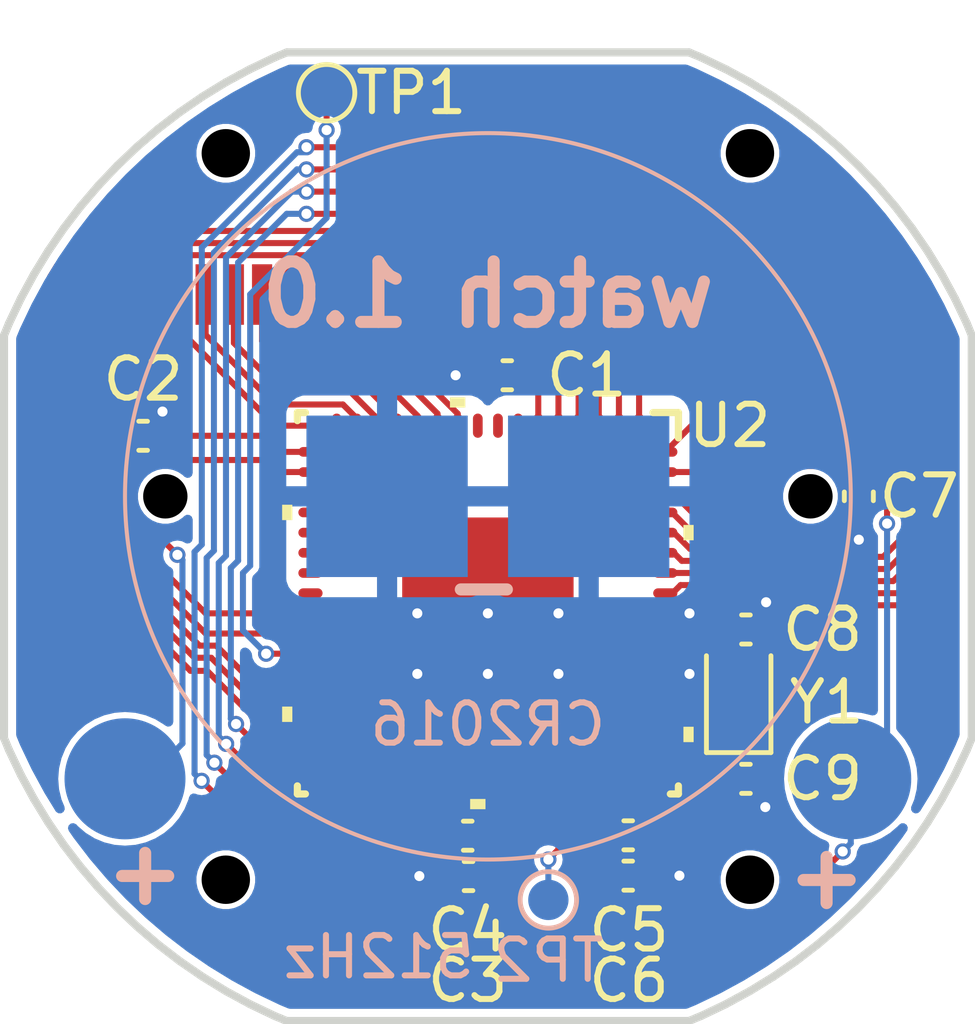
<source format=kicad_pcb>
(kicad_pcb (version 20240108) (generator "pcbnew") (generator_version "8.0")
  (title_block (title "Watch") (date "2023-06-21") (rev "1.0"))
  (layers (0 "F.Cu" signal) (31 "B.Cu" power) (34 "B.Paste" user) (35 "F.Paste" user) (36 "B.SilkS" user "B.Silkscreen") (37 "F.SilkS" user "F.Silkscreen") (38 "B.Mask" user) (39 "F.Mask" user) (44 "Edge.Cuts" user))
  (net 0 "")
  (net 1 "VCC")
  (net 2 "GND")
  (net 3 "/LCD_SEG14")
  (net 4 "/LCD_COM2")
  (net 5 "/LCD_COM1")
  (net 6 "/LCD_SEG12")
  (net 7 "/LCD_SEG11")
  (net 8 "/LCD_SEG10")
  (net 9 "/LCD_SEG9")
  (net 10 "/LCD_SEG8")
  (net 11 "/LCD_SEG7")
  (net 12 "/LCD_SEG6")
  (net 13 "/LCD_SEG5")
  (net 14 "/LCD_SEG4")
  (net 15 "/LCD_SEG3")
  (net 16 "/LCD_SEG2")
  (net 17 "/LCD_SEG1")
  (net 18 "/LCD_SEG13")
  (net 19 "/LCD_SEG0")
  (net 20 "/LCD_COM0")
  (net 21 "/LCD_SEG15")
  (net 22 "Net-(U2A-R33_LCDCAP)")
  (net 23 "Net-(U2A-PJ.5_LFXOUT)")
  (net 24 "Net-(U2A-PJ.4_LFXIN)")
  (net 25 "Net-(U2A-P1.0_TA0.1_DMAE0_RTCCLK_A0_C0_VREF-_VEREF-)")
  (net 39 "/LCD_SEG19")
  (net 40 "/LCD_SEG17")
  (net 41 "/LCD_SEG16")
  (net 42 "/LCD_SEG18")
  (net 43 "/LCD_SEG20")
  (net 44 "/LCD_SEG21")
  (net 45 "/LCD_SEG22")
  (net 46 "/LCD_SEG23")
  (net 56 "Net-(U2A-P3.5_UCA1SOMI_UCA1RXD_TB0.1_S22)")
  (footprint "Capacitor_SMD:C_0402_1005Metric" (layer "F.Cu") (at 168.95 87.3087 -90)
    (property "Reference" "C7")
    (property "Value" "100n")
  )
  (footprint "Capacitor_SMD:C_0402_1005Metric" (layer "F.Cu") (at 166.15 90.6087)
    (property "Reference" "C8")
    (property "Value" "20p")
  )
  (footprint "Capacitor_SMD:C_0402_1005Metric" (layer "F.Cu") (at 166.15 94.3087)
    (property "Reference" "C9")
    (property "Value" "20p")
  )
  (footprint "Crystal:Crystal_SMD_2012-2Pin_2.0x1.2mm" (layer "F.Cu") (at 165.970001 92.458259 90)
    (property "Reference" "Y1")
    (property "Value" "32.768kHz")
  )
  (footprint "Capacitor_SMD:C_0402_1005Metric" (layer "F.Cu") (at 159.270001 96.718259 180)
    (property "Reference" "C3")
    (property "Value" "1u")
  )
  (footprint "Capacitor_SMD:C_0402_1005Metric" (layer "F.Cu") (at 159.250001 95.718259 180)
    (property "Reference" "C4")
    (property "Value" "100n")
  )
  (footprint "TestPoint:TestPoint_Pad_D1.0mm" (layer "F.Cu") (at 155.75 77.3087)
    (property "Reference" "TP1")
    (property "Value" "RX")
  )
  (footprint "Capacitor_SMD:C_0402_1005Metric" (layer "F.Cu") (at 160.23 84.3087 180)
    (property "Reference" "C1")
    (property "Value" "4u7")
  )
  (footprint "Watch:MountingHole_1.2mm" (layer "F.Cu") (at 166.25 78.8087)
    (property "Reference" "H3" (hide yes))
    (property "Value" "MountingHole")
  )
  (footprint "Capacitor_SMD:C_0402_1005Metric" (layer "F.Cu") (at 163.23 95.708259)
    (property "Reference" "C5")
    (property "Value" "100n")
  )
  (footprint "Capacitor_SMD:C_0402_1005Metric" (layer "F.Cu") (at 163.23 96.708259)
    (property "Reference" "C6")
    (property "Value" "1u")
  )
  (footprint "Watch:LCD" (layer "F.Cu") (at 159.75 82.3087)
    (property "Reference" "U1" (hide yes))
    (property "Value" "LCD")
  )
  (footprint "Capacitor_SMD:C_0402_1005Metric" (layer "F.Cu") (at 151.2 85.8087)
    (property "Reference" "C2")
    (property "Value" "100n")
  )
  (footprint "Watch:MountingHole_1.2mm" (layer "F.Cu") (at 166.25 96.8087)
    (property "Reference" "H4" (hide yes))
    (property "Value" "MountingHole")
  )
  (footprint "MSP430FR6972:RGC0064B_NV" (layer "F.Cu") (at 159.750001 89.958259 -90)
    (property "Reference" "U2")
    (property "Value" "MSP430FR6972IRGCR")
  )
  (footprint "Watch:MountingHole_1.2mm" (layer "F.Cu") (at 153.25 96.8087)
    (property "Reference" "H2" (hide yes))
    (property "Value" "MountingHole")
  )
  (footprint "Watch:MountingHole_1.2mm" (layer "F.Cu") (at 153.25 78.8087)
    (property "Reference" "H1" (hide yes))
    (property "Value" "MountingHole")
  )
  (footprint "TestPoint:TestPoint_Pad_D1.0mm" (layer "B.Cu") (at 161.25 97.3087 180)
    (property "Reference" "TP2")
    (property "Value" "RTCCLK")
  )
  (footprint "Watch:BatteryTerminal" (layer "B.Cu") (at 159.75 87.3087 180)
    (property "Reference" "BT1" (hide yes))
    (property "Value" "CR2016")
  )
  (gr_line (start 171.3331 94.21057) (end 171.6261 93.59627) (stroke (width 0.2)) (layer "Edge.Cuts"))
  (gr_line (start 165.03757 100.1848) (end 165.65187 99.8918) (stroke (width 0.2)) (layer "Edge.Cuts"))
  (gr_line (start 171.3331 82.40683) (end 171.0083 81.8087) (stroke (width 0.2)) (layer "Edge.Cuts"))
  (gr_line (start 168.44868 78.64783) (end 167.93115 78.2058) (stroke (width 0.2)) (layer "Edge.Cuts"))
  (gr_line (start 153.25 99.567) (end 153.84813 99.8918) (stroke (width 0.2)) (layer "Edge.Cuts"))
  (gr_line (start 164.7384 100.3087) (end 165.03757 100.1848) (stroke (width 0.2)) (layer "Edge.Cuts"))
  (gr_line (start 170.6527 95.38901) (end 171.0083 94.8087) (stroke (width 0.2)) (layer "Edge.Cuts"))
  (gr_line (start 167.3912 98.8259) (end 167.93115 98.4116) (stroke (width 0.2)) (layer "Edge.Cuts"))
  (gr_line (start 152.66969 77.406) (end 152.1088 77.7915) (stroke (width 0.2)) (layer "Edge.Cuts"))
  (gr_line (start 165.65187 76.7256) (end 165.03757 76.4326) (stroke (width 0.2)) (layer "Edge.Cuts"))
  (gr_line (start 154.46243 76.4326) (end 153.84813 76.7256) (stroke (width 0.2)) (layer "Edge.Cuts"))
  (gr_line (start 171.0083 94.8087) (end 171.3331 94.21057) (stroke (width 0.2)) (layer "Edge.Cuts"))
  (gr_line (start 167.3912 77.7915) (end 166.83031 77.406) (stroke (width 0.2)) (layer "Edge.Cuts"))
  (gr_line (start 171.6261 83.02113) (end 171.3331 82.40683) (stroke (width 0.2)) (layer "Edge.Cuts"))
  (gr_line (start 150.55762 79.11632) (end 150.08913 79.61002) (stroke (width 0.2)) (layer "Edge.Cuts"))
  (gr_line (start 149.2328 95.9499) (end 149.6471 96.48985) (stroke (width 0.2)) (layer "Edge.Cuts"))
  (gr_line (start 148.4917 81.8087) (end 148.1669 82.40683) (stroke (width 0.2)) (layer "Edge.Cuts"))
  (gr_line (start 147.8739 93.59627) (end 148.1669 94.21057) (stroke (width 0.2)) (layer "Edge.Cuts"))
  (gr_line (start 154.46243 100.1848) (end 154.7616 100.3087) (stroke (width 0.2)) (layer "Edge.Cuts"))
  (gr_line (start 147.75 93.2971) (end 147.8739 93.59627) (stroke (width 0.2)) (layer "Edge.Cuts"))
  (gr_line (start 166.25 77.0504) (end 165.65187 76.7256) (stroke (width 0.2)) (layer "Edge.Cuts"))
  (gr_line (start 149.2328 80.6675) (end 148.8473 81.22839) (stroke (width 0.2)) (layer "Edge.Cuts"))
  (gr_line (start 152.66969 99.2114) (end 153.25 99.567) (stroke (width 0.2)) (layer "Edge.Cuts"))
  (gr_line (start 167.93115 98.4116) (end 168.44868 97.96957) (stroke (width 0.2)) (layer "Edge.Cuts"))
  (gr_line (start 149.6471 96.48985) (end 150.08913 97.00738) (stroke (width 0.2)) (layer "Edge.Cuts"))
  (gr_line (start 166.25 99.567) (end 166.83031 99.2114) (stroke (width 0.2)) (layer "Edge.Cuts"))
  (gr_line (start 153.84813 99.8918) (end 154.46243 100.1848) (stroke (width 0.2)) (layer "Edge.Cuts"))
  (gr_line (start 169.41087 79.61002) (end 168.94238 79.11632) (stroke (width 0.2)) (layer "Edge.Cuts"))
  (gr_line (start 147.75 83.3203) (end 147.75 93.2971) (stroke (width 0.2)) (layer "Edge.Cuts"))
  (gr_line (start 147.8739 83.02113) (end 147.75 83.3203) (stroke (width 0.2)) (layer "Edge.Cuts"))
  (gr_line (start 152.1088 98.8259) (end 152.66969 99.2114) (stroke (width 0.2)) (layer "Edge.Cuts"))
  (gr_line (start 171.75 93.2971) (end 171.75 83.3203) (stroke (width 0.2)) (layer "Edge.Cuts"))
  (gr_line (start 170.2672 80.6675) (end 169.8529 80.12755) (stroke (width 0.2)) (layer "Edge.Cuts"))
  (gr_line (start 166.83031 99.2114) (end 167.3912 98.8259) (stroke (width 0.2)) (layer "Edge.Cuts"))
  (gr_line (start 148.8473 95.38901) (end 149.2328 95.9499) (stroke (width 0.2)) (layer "Edge.Cuts"))
  (gr_line (start 153.25 77.0504) (end 152.66969 77.406) (stroke (width 0.2)) (layer "Edge.Cuts"))
  (gr_line (start 154.7616 100.3087) (end 164.7384 100.3087) (stroke (width 0.2)) (layer "Edge.Cuts"))
  (gr_line (start 148.1669 94.21057) (end 148.4917 94.8087) (stroke (width 0.2)) (layer "Edge.Cuts"))
  (gr_line (start 150.08913 79.61002) (end 149.6471 80.12755) (stroke (width 0.2)) (layer "Edge.Cuts"))
  (gr_line (start 171.75 83.3203) (end 171.6261 83.02113) (stroke (width 0.2)) (layer "Edge.Cuts"))
  (gr_line (start 171.0083 81.8087) (end 170.6527 81.22839) (stroke (width 0.2)) (layer "Edge.Cuts"))
  (gr_line (start 169.8529 96.48985) (end 170.2672 95.9499) (stroke (width 0.2)) (layer "Edge.Cuts"))
  (gr_line (start 164.7384 76.3087) (end 154.7616 76.3087) (stroke (width 0.2)) (layer "Edge.Cuts"))
  (gr_line (start 170.2672 95.9499) (end 170.6527 95.38901) (stroke (width 0.2)) (layer "Edge.Cuts"))
  (gr_line (start 148.1669 82.40683) (end 147.8739 83.02113) (stroke (width 0.2)) (layer "Edge.Cuts"))
  (gr_line (start 166.83031 77.406) (end 166.25 77.0504) (stroke (width 0.2)) (layer "Edge.Cuts"))
  (gr_line (start 168.44868 97.96957) (end 168.94238 97.50108) (stroke (width 0.2)) (layer "Edge.Cuts"))
  (gr_line (start 165.03757 76.4326) (end 164.7384 76.3087) (stroke (width 0.2)) (layer "Edge.Cuts"))
  (gr_line (start 170.6527 81.22839) (end 170.2672 80.6675) (stroke (width 0.2)) (layer "Edge.Cuts"))
  (gr_line (start 154.7616 76.3087) (end 154.46243 76.4326) (stroke (width 0.2)) (layer "Edge.Cuts"))
  (gr_line (start 151.56885 98.4116) (end 152.1088 98.8259) (stroke (width 0.2)) (layer "Edge.Cuts"))
  (gr_line (start 148.4917 94.8087) (end 148.8473 95.38901) (stroke (width 0.2)) (layer "Edge.Cuts"))
  (gr_line (start 151.56885 78.2058) (end 151.05132 78.64783) (stroke (width 0.2)) (layer "Edge.Cuts"))
  (gr_line (start 149.6471 80.12755) (end 149.2328 80.6675) (stroke (width 0.2)) (layer "Edge.Cuts"))
  (gr_line (start 151.05132 78.64783) (end 150.55762 79.11632) (stroke (width 0.2)) (layer "Edge.Cuts"))
  (gr_line (start 153.84813 76.7256) (end 153.25 77.0504) (stroke (width 0.2)) (layer "Edge.Cuts"))
  (gr_line (start 168.94238 79.11632) (end 168.44868 78.64783) (stroke (width 0.2)) (layer "Edge.Cuts"))
  (gr_line (start 151.05132 97.96957) (end 151.56885 98.4116) (stroke (width 0.2)) (layer "Edge.Cuts"))
  (gr_line (start 152.1088 77.7915) (end 151.56885 78.2058) (stroke (width 0.2)) (layer "Edge.Cuts"))
  (gr_line (start 165.65187 99.8918) (end 166.25 99.567) (stroke (width 0.2)) (layer "Edge.Cuts"))
  (gr_line (start 167.93115 78.2058) (end 167.3912 77.7915) (stroke (width 0.2)) (layer "Edge.Cuts"))
  (gr_line (start 168.94238 97.50108) (end 169.41087 97.00738) (stroke (width 0.2)) (layer "Edge.Cuts"))
  (gr_line (start 169.41087 97.00738) (end 169.8529 96.48985) (stroke (width 0.2)) (layer "Edge.Cuts"))
  (gr_line (start 150.55762 97.50108) (end 151.05132 97.96957) (stroke (width 0.2)) (layer "Edge.Cuts"))
  (gr_line (start 148.8473 81.22839) (end 148.4917 81.8087) (stroke (width 0.2)) (layer "Edge.Cuts"))
  (gr_line (start 169.8529 80.12755) (end 169.41087 79.61002) (stroke (width 0.2)) (layer "Edge.Cuts"))
  (gr_line (start 171.6261 93.59627) (end 171.75 93.2971) (stroke (width 0.2)) (layer "Edge.Cuts"))
  (gr_line (start 150.08913 97.00738) (end 150.55762 97.50108) (stroke (width 0.2)) (layer "Edge.Cuts"))
  (gr_text "CR2016" (at 159.750001 92.958259 0) (layer "B.SilkS") (effects (font (size 1 1)) (justify mirror)))
  (gr_text "+\n" (at 151.25 96.6087 0) (layer "B.SilkS") (effects (font (size 1.5 1.5) (thickness 0.3) (bold yes)) (justify mirror)))
  (gr_text "+\n" (at 168.15 96.7087 0) (layer "B.SilkS") (effects (font (size 1.5 1.5) (thickness 0.3) (bold yes)) (justify mirror)))
  (gr_text "512Hz" (at 159.5 99.3087 0) (layer "B.SilkS") (effects (font (size 1 1)) (justify left bottom mirror)))
  (gr_text "-" (at 159.65 89.5087 0) (layer "B.SilkS") (effects (font (size 1.5 1.5) (thickness 0.3) (bold yes)) (justify mirror)))
  (gr_text "watch 1.0" (at 159.75 82.3087 0) (layer "B.SilkS") (effects (font (size 1.5 1.5) (thickness 0.3)) (justify mirror)))
  (segment (start 167.287771 86.70744) (end 167.438511 86.5567) (width 0.15) (layer "F.Cu") (net 1))
  (segment (start 163.383959 97.783259) (end 162.75 97.1493) (width 0.15) (layer "F.Cu") (net 1))
  (segment (start 164.15 94.376163) (end 164.15 93.709204) (width 0.15) (layer "F.Cu") (net 1))
  (segment (start 151.32 86.4087) (end 150.72 85.8087) (width 0.15) (layer "F.Cu") (net 1))
  (segment (start 154.2 86.4087) (end 151.32 86.4087) (width 0.15) (layer "F.Cu") (net 1))
  (segment (start 162.75 97.1493) (end 162.75 96.708259) (width 0.15) (layer "F.Cu") (net 1))
  (segment (start 162.817904 95.708259) (end 164.15 94.376163) (width 0.15) (layer "F.Cu") (net 1))
  (segment (start 166.875441 97.783259) (end 163.383959 97.783259) (width 0.15) (layer "F.Cu") (net 1))
  (segment (start 160.724695 98.3087) (end 162.858518 98.3087) (width 0.15) (layer "F.Cu") (net 1))
  (segment (start 169.650001 87.528701) (end 168.95 86.8287) (width 0.15) (layer "F.Cu") (net 1))
  (segment (start 159.730001 95.718259) (end 159.730001 96.698259) (width 0.15) (layer "F.Cu") (net 1))
  (segment (start 168.550001 96.108699) (end 166.875441 97.783259) (width 0.15) (layer "F.Cu") (net 1))
  (segment (start 152.050001 88.7587) (end 150.72 87.428699) (width 0.15) (layer "F.Cu") (net 1))
  (segment (start 168.678 86.5567) (end 168.95 86.8287) (width 0.15) (layer "F.Cu") (net 1))
  (segment (start 159.750001 96.718259) (end 159.750001 97.334006) (width 0.15) (layer "F.Cu") (net 1))
  (segment (start 150.72 87.428699) (end 150.72 85.8087) (width 0.15) (layer "F.Cu") (net 1))
  (segment (start 169.650001 87.9837) (end 169.650001 87.528701) (width 0.15) (layer "F.Cu") (net 1))
  (segment (start 159.500001 94.358258) (end 159.500001 95.488259) (width 0.15) (layer "F.Cu") (net 1))
  (segment (start 167.438511 86.5567) (end 168.678 86.5567) (width 0.15) (layer "F.Cu") (net 1))
  (segment (start 162.75 96.708259) (end 162.75 95.708259) (width 0.15) (layer "F.Cu") (net 1))
  (segment (start 159.750001 97.334006) (end 160.724695 98.3087) (width 0.15) (layer "F.Cu") (net 1))
  (segment (start 164.15 86.70744) (end 167.287771 86.70744) (width 0.15) (layer "F.Cu") (net 1))
  (segment (start 154.49874 86.70744) (end 154.2 86.4087) (width 0.15) (layer "F.Cu") (net 1))
  (segment (start 155.350002 86.70744) (end 154.49874 86.70744) (width 0.15) (layer "F.Cu") (net 1))
  (segment (start 159.500001 95.488259) (end 159.730001 95.718259) (width 0.15) (layer "F.Cu") (net 1))
  (segment (start 162.858518 98.3087) (end 163.383959 97.783259) (width 0.15) (layer "F.Cu") (net 1))
  (via (at 152.050001 88.7587) (size 0.4) (drill 0.25) (layers "F.Cu" "B.Cu") (net 1))
  (via (at 168.550001 96.108699) (size 0.4) (drill 0.25) (layers "F.Cu" "B.Cu") (net 1))
  (via (at 169.650001 87.9837) (size 0.4) (drill 0.25) (layers "F.Cu" "B.Cu") (net 1))
  (segment (start 152.175001 88.8837) (end 152.175001 93.433699) (width 0.15) (layer "B.Cu") (net 1))
  (segment (start 152.050001 88.7587) (end 152.175001 88.8837) (width 0.15) (layer "B.Cu") (net 1))
  (segment (start 169.650001 87.9837) (end 169.650001 93.408699) (width 0.15) (layer "B.Cu") (net 1))
  (segment (start 168.75 95.9087) (end 168.75 93.358258) (width 0.15) (layer "B.Cu") (net 1))
  (segment (start 168.550001 96.108699) (end 168.75 95.9087) (width 0.15) (layer "B.Cu") (net 1))
  (segment (start 152.175001 93.433699) (end 151.45 94.1587) (width 0.15) (layer "B.Cu") (net 1))
  (segment (start 164.45 94.968259) (end 164.45 94.077108) (width 0.15) (layer "F.Cu") (net 2))
  (segment (start 168.63 88.1087) (end 167.547991 88.1087) (width 0.15) (layer "F.Cu") (net 2))
  (segment (start 168.95 87.7887) (end 168.95 88.3837) (width 0.15) (layer "F.Cu") (net 2))
  (segment (start 163.71 96.708259) (end 163.71 95.708259) (width 0.15) (layer "F.Cu") (net 2))
  (segment (start 164.45 94.077108) (end 164.675 93.852108) (width 0.15) (layer "F.Cu") (net 2))
  (segment (start 164.15 90.208322) (end 164.749622 90.208322) (width 0.15) (layer "F.Cu") (net 2))
  (segment (start 159 95.48826) (end 158.770001 95.718259) (width 0.15) (layer "F.Cu") (net 2))
  (segment (start 159 94.358258) (end 159 95.48826) (width 0.15) (layer "F.Cu") (net 2))
  (segment (start 163.71 95.708259) (end 164.45 94.968259) (width 0.15) (layer "F.Cu") (net 2))
  (segment (start 164.675 93.5663) (end 164.317778 93.209078) (width 0.15) (layer "F.Cu") (net 2))
  (segment (start 164.5 96.708259) (end 163.71 96.708259) (width 0.15) (layer "F.Cu") (net 2))
  (segment (start 154.24 85.8087) (end 151.68 85.8087) (width 0.15) (layer "F.Cu") (net 2))
  (segment (start 166.63 95.0087) (end 166.63 94.3087) (width 0.15) (layer "F.Cu") (net 2))
  (segment (start 166.63 89.95307) (end 166.63 90.5087) (width 0.15) (layer "F.Cu") (net 2))
  (segment (start 167.447361 88.00807) (end 165.118282 88.00807) (width 0.15) (layer "F.Cu") (net 2))
  (segment (start 158.770001 95.718259) (end 158.770001 96.698259) (width 0.15) (layer "F.Cu") (net 2))
  (segment (start 151.68 85.2087) (end 151.68 85.8087) (width 0.15) (layer "F.Cu") (net 2))
  (segment (start 155.350002 86.207314) (end 154.638614 86.207314) (width 0.15) (layer "F.Cu") (net 2))
  (segment (start 165.118282 88.00807) (end 164.317778 87.207566) (width 0.15) (layer "F.Cu") (net 2))
  (segment (start 159.75 84.3087) (end 158.95 84.3087) (width 0.15) (layer "F.Cu") (net 2))
  (segment (start 168.95 87.7887) (end 168.63 88.1087) (width 0.15) (layer "F.Cu") (net 2))
  (segment (start 164.675 93.852108) (end 164.675 93.5663) (width 0.15) (layer "F.Cu") (net 2))
  (segment (start 158.05 96.718259) (end 158.790001 96.718259) (width 0.15) (layer "F.Cu") (net 2))
  (segment (start 167.547991 88.1087) (end 167.447361 88.00807) (width 0.15) (layer "F.Cu") (net 2))
  (segment (start 166.65 89.93307) (end 166.63 89.95307) (width 0.15) (layer "F.Cu") (net 2))
  (segment (start 164.749622 90.208322) (end 164.75 90.2087) (width 0.15) (layer "F.Cu") (net 2))
  (segment (start 154.638614 86.207314) (end 154.24 85.8087) (width 0.15) (layer "F.Cu") (net 2))
  (segment (start 164.15 91.7087) (end 164.75 91.7087) (width 0.15) (layer "F.Cu") (net 2))
  (via (at 158.05 96.718259) (size 0.4) (drill 0.25) (layers "F.Cu" "B.Cu") (net 2))
  (via (at 164.75 90.2087) (size 0.4) (drill 0.25) (layers "F.Cu" "B.Cu") (net 2))
  (via (at 158.95 84.3087) (size 0.4) (drill 0.25) (layers "F.Cu" "B.Cu") (net 2))
  (via (at 151.68 85.2087) (size 0.4) (drill 0.25) (layers "F.Cu" "B.Cu") (net 2))
  (via (at 158.000001 90.208259) (size 0.4) (drill 0.25) (layers "F.Cu" "B.Cu") (net 2))
  (via (at 161.500001 91.708259) (size 0.4) (drill 0.25) (layers "F.Cu" "B.Cu") (net 2))
  (via (at 168.95 88.3837) (size 0.4) (drill 0.25) (layers "F.Cu" "B.Cu") (net 2))
  (via (at 159.750001 91.708259) (size 0.4) (drill 0.25) (layers "F.Cu" "B.Cu") (net 2))
  (via (at 164.75 91.7087) (size 0.4) (drill 0.25) (layers "F.Cu" "B.Cu") (net 2))
  (via (at 158.000001 91.708259) (size 0.4) (drill 0.25) (layers "F.Cu" "B.Cu") (net 2))
  (via (at 166.63 95.0087) (size 0.4) (drill 0.25) (layers "F.Cu" "B.Cu") (net 2))
  (via (at 166.65 89.93307) (size 0.4) (drill 0.25) (layers "F.Cu" "B.Cu") (net 2))
  (via (at 159.750001 90.208259) (size 0.4) (drill 0.25) (layers "F.Cu" "B.Cu") (net 2))
  (via (at 161.500001 90.208259) (size 0.4) (drill 0.25) (layers "F.Cu" "B.Cu") (net 2))
  (via (at 164.5 96.708259) (size 0.4) (drill 0.25) (layers "F.Cu" "B.Cu") (net 2))
  (segment (start 162.55 82.3087) (end 162.55 83.358262) (width 0.15) (layer "F.Cu") (net 3))
  (segment (start 162.55 83.358262) (end 162.000002 83.90826) (width 0.15) (layer "F.Cu") (net 3))
  (segment (start 162.000002 83.90826) (end 162.000002 85.55826) (width 0.15) (layer "F.Cu") (net 3))
  (segment (start 159 85.25973) (end 157.27353 83.53326) (width 0.15) (layer "F.Cu") (net 4))
  (segment (start 156.47456 83.53326) (end 156.25 83.3087) (width 0.15) (layer "F.Cu") (net 4))
  (segment (start 156.25 83.3087) (end 156.25 82.3087) (width 0.15) (layer "F.Cu") (net 4))
  (segment (start 159 85.55826) (end 159 85.25973) (width 0.15) (layer "F.Cu") (net 4))
  (segment (start 157.27353 83.53326) (end 156.47456 83.53326) (width 0.15) (layer "F.Cu") (net 4))
  (segment (start 155.55 83.3587) (end 155.55 82.3087) (width 0.15) (layer "F.Cu") (net 5))
  (segment (start 158.500001 85.55826) (end 158.500001 85.258701) (width 0.15) (layer "F.Cu") (net 5))
  (segment (start 157.07456 83.83326) (end 156.02456 83.83326) (width 0.15) (layer "F.Cu") (net 5))
  (segment (start 156.02456 83.83326) (end 155.55 83.3587) (width 0.15) (layer "F.Cu") (net 5))
  (segment (start 158.500001 85.258701) (end 157.07456 83.83326) (width 0.15) (layer "F.Cu") (net 5))
  (segment (start 161.15 81.5587) (end 161.15 82.3087) (width 0.15) (layer "F.Cu") (net 6))
  (segment (start 158.249997 78.658697) (end 161.15 81.5587) (width 0.15) (layer "F.Cu") (net 6))
  (segment (start 156.142905 94.883258) (end 153.175 94.883258) (width 0.15) (layer "F.Cu") (net 6))
  (segment (start 156.5 94.526163) (end 156.142905 94.883258) (width 0.15) (layer "F.Cu") (net 6))
  (segment (start 153.175 94.883258) (end 152.650001 94.358259) (width 0.15) (layer "F.Cu") (net 6))
  (segment (start 155.25 78.658697) (end 158.249997 78.658697) (width 0.15) (layer "F.Cu") (net 6))
  (via (at 155.25 78.658697) (size 0.4) (drill 0.25) (layers "F.Cu" "B.Cu") (net 6))
  (via (at 152.650001 94.358259) (size 0.4) (drill 0.25) (layers "F.Cu" "B.Cu") (net 6))
  (segment (start 152.475001 88.683699) (end 152.475001 94.183259) (width 0.15) (layer "B.Cu") (net 6))
  (segment (start 152.475001 94.183259) (end 152.650001 94.358259) (width 0.15) (layer "B.Cu") (net 6))
  (segment (start 155.25 78.7837) (end 155.014416 78.7837) (width 0.15) (layer "B.Cu") (net 6))
  (segment (start 152.655 81.143116) (end 152.655 88.5037) (width 0.15) (layer "B.Cu") (net 6))
  (segment (start 152.655 88.5037) (end 152.475001 88.683699) (width 0.15) (layer "B.Cu") (net 6))
  (segment (start 155.014416 78.7837) (end 152.655 81.143116) (width 0.15) (layer "B.Cu") (net 6))
  (segment (start 155.25 78.658697) (end 155.25 78.7837) (width 0.15) (layer "B.Cu") (net 6))
  (segment (start 155.25 79.2087) (end 158.075 79.2087) (width 0.15) (layer "F.Cu") (net 7))
  (segment (start 160.45 81.5837) (end 160.45 82.3087) (width 0.15) (layer "F.Cu") (net 7))
  (segment (start 156.000001 94.358258) (end 153.41651 94.358258) (width 0.15) (layer "F.Cu") (net 7))
  (segment (start 153.41651 94.358258) (end 152.967177 93.908925) (width 0.15) (layer "F.Cu") (net 7))
  (segment (start 158.075 79.2087) (end 160.45 81.5837) (width 0.15) (layer "F.Cu") (net 7))
  (via (at 152.967177 93.908925) (size 0.4) (drill 0.25) (layers "F.Cu" "B.Cu") (net 7))
  (via (at 155.25 79.2087) (size 0.4) (drill 0.25) (layers "F.Cu" "B.Cu") (net 7))
  (segment (start 152.955 88.655172) (end 152.775001 88.835171) (width 0.15) (layer "B.Cu") (net 7))
  (segment (start 152.775001 93.716749) (end 152.967177 93.908925) (width 0.15) (layer "B.Cu") (net 7))
  (segment (start 152.775001 88.835171) (end 152.775001 93.716749) (width 0.15) (layer "B.Cu") (net 7))
  (segment (start 155.25 79.2087) (end 155.01368 79.2087) (width 0.15) (layer "B.Cu") (net 7))
  (segment (start 152.955 81.26738) (end 152.955 88.655172) (width 0.15) (layer "B.Cu") (net 7))
  (segment (start 155.01368 79.2087) (end 152.955 81.26738) (width 0.15) (layer "B.Cu") (net 7))
  (segment (start 157.949997 79.758697) (end 159.75 81.5587) (width 0.15) (layer "F.Cu") (net 8))
  (segment (start 153.525679 93.709204) (end 153.259538 93.443063) (width 0.15) (layer "F.Cu") (net 8))
  (segment (start 159.75 81.5587) (end 159.75 82.3087) (width 0.15) (layer "F.Cu") (net 8))
  (segment (start 155.350002 93.709204) (end 153.525679 93.709204) (width 0.15) (layer "F.Cu") (net 8))
  (segment (start 155.25 79.758697) (end 157.949997 79.758697) (width 0.15) (layer "F.Cu") (net 8))
  (via (at 155.25 79.758697) (size 0.4) (drill 0.25) (layers "F.Cu" "B.Cu") (net 8))
  (via (at 153.259538 93.443063) (size 0.4) (drill 0.25) (layers "F.Cu" "B.Cu") (net 8))
  (segment (start 154.887947 79.758697) (end 153.255 81.391644) (width 0.15) (layer "B.Cu") (net 8))
  (segment (start 153.255 88.779436) (end 153.075001 88.959435) (width 0.15) (layer "B.Cu") (net 8))
  (segment (start 153.075001 88.959435) (end 153.075001 93.258526) (width 0.15) (layer "B.Cu") (net 8))
  (segment (start 155.25 79.758697) (end 154.887947 79.758697) (width 0.15) (layer "B.Cu") (net 8))
  (segment (start 153.255 81.391644) (end 153.255 88.779436) (width 0.15) (layer "B.Cu") (net 8))
  (segment (start 153.075001 93.258526) (end 153.259538 93.443063) (width 0.15) (layer "B.Cu") (net 8))
  (segment (start 155.350002 93.209078) (end 153.762667 93.209078) (width 0.15) (layer "F.Cu") (net 9))
  (segment (start 157.95 80.3087) (end 159.05 81.4087) (width 0.15) (layer "F.Cu") (net 9))
  (segment (start 159.05 81.4087) (end 159.05 82.3087) (width 0.15) (layer "F.Cu") (net 9))
  (segment (start 153.762667 93.209078) (end 153.503929 92.95034) (width 0.15) (layer "F.Cu") (net 9))
  (segment (start 155.25 80.3087) (end 157.95 80.3087) (width 0.15) (layer "F.Cu") (net 9))
  (via (at 155.25 80.3087) (size 0.4) (drill 0.25) (layers "F.Cu" "B.Cu") (net 9))
  (via (at 153.503929 92.95034) (size 0.4) (drill 0.25) (layers "F.Cu" "B.Cu") (net 9))
  (segment (start 153.555 88.9037) (end 153.375001 89.083699) (width 0.15) (layer "B.Cu") (net 9))
  (segment (start 155.25 80.3087) (end 154.762208 80.3087) (width 0.15) (layer "B.Cu") (net 9))
  (segment (start 154.762208 80.3087) (end 153.555 81.515908) (width 0.15) (layer "B.Cu") (net 9))
  (segment (start 153.375001 89.083699) (end 153.375001 92.821412) (width 0.15) (layer "B.Cu") (net 9))
  (segment (start 153.375001 92.821412) (end 153.503929 92.95034) (width 0.15) (layer "B.Cu") (net 9))
  (segment (start 153.555 81.515908) (end 153.555 88.9037) (width 0.15) (layer "B.Cu") (net 9))
  (segment (start 157.675 80.7337) (end 158.35 81.4087) (width 0.15) (layer "F.Cu") (net 10))
  (segment (start 149.926472 80.7337) (end 157.675 80.7337) (width 0.15) (layer "F.Cu") (net 10))
  (segment (start 149.058158 81.602014) (end 149.926472 80.7337) (width 0.15) (layer "F.Cu") (net 10))
  (segment (start 152.374559 91.633259) (end 148.9 88.1587) (width 0.15) (layer "F.Cu") (net 10))
  (segment (start 152.787889 91.633259) (end 152.374559 91.633259) (width 0.15) (layer "F.Cu") (net 10))
  (segment (start 155.350002 92.708952) (end 153.863582 92.708952) (width 0.15) (layer "F.Cu") (net 10))
  (segment (start 153.863582 92.708952) (end 152.787889 91.633259) (width 0.15) (layer "F.Cu") (net 10))
  (segment (start 148.9 88.1587) (end 148.9 81.860115) (width 0.15) (layer "F.Cu") (net 10))
  (segment (start 158.35 81.4087) (end 158.35 82.3087) (width 0.15) (layer "F.Cu") (net 10))
  (segment (start 148.9 81.860115) (end 149.058158 81.602014) (width 0.15) (layer "F.Cu") (net 10))
  (segment (start 152.887342 91.308448) (end 152.474012 91.308448) (width 0.15) (layer "F.Cu") (net 11))
  (segment (start 149.2 81.944721) (end 149.2954 81.789036) (width 0.15) (layer "F.Cu") (net 11))
  (segment (start 153.78772 92.208826) (end 152.887342 91.308448) (width 0.15) (layer "F.Cu") (net 11))
  (segment (start 150.050736 81.0337) (end 157.125 81.0337) (width 0.15) (layer "F.Cu") (net 11))
  (segment (start 149.2 88.034436) (end 149.2 81.944721) (width 0.15) (layer "F.Cu") (net 11))
  (segment (start 155.350002 92.208826) (end 153.78772 92.208826) (width 0.15) (layer "F.Cu") (net 11))
  (segment (start 157.65 81.5587) (end 157.65 82.3087) (width 0.15) (layer "F.Cu") (net 11))
  (segment (start 152.474012 91.308448) (end 149.2 88.034436) (width 0.15) (layer "F.Cu") (net 11))
  (segment (start 149.2954 81.789036) (end 150.050736 81.0337) (width 0.15) (layer "F.Cu") (net 11))
  (segment (start 157.125 81.0337) (end 157.65 81.5587) (width 0.15) (layer "F.Cu") (net 11))
  (segment (start 150.175 81.3337) (end 156.725 81.3337) (width 0.15) (layer "F.Cu") (net 12))
  (segment (start 149.575 81.9337) (end 150.175 81.3337) (width 0.15) (layer "F.Cu") (net 12))
  (segment (start 149.575 87.985172) (end 149.575 81.9337) (width 0.15) (layer "F.Cu") (net 12))
  (segment (start 152.598276 91.008448) (end 149.575 87.985172) (width 0.15) (layer "F.Cu") (net 12))
  (segment (start 153.011606 91.008448) (end 152.598276 91.008448) (width 0.15) (layer "F.Cu") (net 12))
  (segment (start 153.711858 91.7087) (end 153.011606 91.008448) (width 0.15) (layer "F.Cu") (net 12))
  (segment (start 156.725 81.3337) (end 156.95 81.5587) (width 0.15) (layer "F.Cu") (net 12))
  (segment (start 156.95 81.5587) (end 156.95 82.3087) (width 0.15) (layer "F.Cu") (net 12))
  (segment (start 155.350002 91.7087) (end 153.711858 91.7087) (width 0.15) (layer "F.Cu") (net 12))
  (segment (start 157.5 85.37826) (end 156.555 84.43326) (width 0.15) (layer "F.Cu") (net 13))
  (segment (start 156.555 84.43326) (end 155.12456 84.43326) (width 0.15) (layer "F.Cu") (net 13))
  (segment (start 154.15 83.4587) (end 154.15 82.3087) (width 0.15) (layer "F.Cu") (net 13))
  (segment (start 155.12456 84.43326) (end 154.15 83.4587) (width 0.15) (layer "F.Cu") (net 13))
  (segment (start 156.355001 84.73326) (end 154.67456 84.73326) (width 0.15) (layer "F.Cu") (net 14))
  (segment (start 157.000001 85.37826) (end 156.355001 84.73326) (width 0.15) (layer "F.Cu") (net 14))
  (segment (start 153.45 83.5087) (end 153.45 82.3087) (width 0.15) (layer "F.Cu") (net 14))
  (segment (start 154.67456 84.73326) (end 153.45 83.5087) (width 0.15) (layer "F.Cu") (net 14))
  (segment (start 156.5 85.37826) (end 156.155 85.03326) (width 0.15) (layer "F.Cu") (net 15))
  (segment (start 152.75 83.3087) (end 152.75 82.3087) (width 0.15) (layer "F.Cu") (net 15))
  (segment (start 156.155 85.03326) (end 154.47456 85.03326) (width 0.15) (layer "F.Cu") (net 15))
  (segment (start 154.47456 85.03326) (end 152.75 83.3087) (width 0.15) (layer "F.Cu") (net 15))
  (segment (start 152.05 83.132964) (end 152.05 82.3087) (width 0.15) (layer "F.Cu") (net 16))
  (segment (start 154.475295 85.558259) (end 156.000001 85.55826) (width 0.15) (layer "F.Cu") (net 16))
  (segment (start 154.475295 85.558259) (end 152.05 83.132964) (width 0.15) (layer "F.Cu") (net 16))
  (segment (start 155.350002 90.208322) (end 152.749622 90.208322) (width 0.15) (layer "F.Cu") (net 17))
  (segment (start 152.749622 90.208322) (end 150.175 87.6337) (width 0.15) (layer "F.Cu") (net 17))
  (segment (start 150.175 87.6337) (end 150.175 84.1587) (width 0.15) (layer "F.Cu") (net 17))
  (segment (start 150.175 84.1587) (end 151.35 82.9837) (width 0.15) (layer "F.Cu") (net 17))
  (segment (start 161.85 83.533996) (end 161.85 82.3087) (width 0.15) (layer "F.Cu") (net 18))
  (segment (start 161.5 83.883996) (end 161.85 83.533996) (width 0.15) (layer "F.Cu") (net 18))
  (segment (start 161.5 83.883996) (end 161.5 85.55826) (width 0.15) (layer "F.Cu") (net 18))
  (segment (start 149.875 84.034436) (end 149.875 87.8337) (width 0.15) (layer "F.Cu") (net 19))
  (segment (start 149.875 87.8337) (end 152.749748 90.708448) (width 0.15) (layer "F.Cu") (net 19))
  (segment (start 152.749748 90.708448) (end 155.350002 90.708448) (width 0.15) (layer "F.Cu") (net 19))
  (segment (start 150.65 82.3087) (end 150.65 83.259436) (width 0.15) (layer "F.Cu") (net 19))
  (segment (start 150.65 83.259436) (end 149.875 84.034436) (width 0.15) (layer "F.Cu") (net 19))
  (segment (start 158.000002 85.55826) (end 158.000002 85.308702) (width 0.15) (layer "F.Cu") (net 20))
  (segment (start 155.57456 84.13326) (end 154.85 83.4087) (width 0.15) (layer "F.Cu") (net 20))
  (segment (start 156.82456 84.13326) (end 155.57456 84.13326) (width 0.15) (layer "F.Cu") (net 20))
  (segment (start 158.000002 85.308702) (end 156.82456 84.13326) (width 0.15) (layer "F.Cu") (net 20))
  (segment (start 154.85 83.4087) (end 154.85 82.3087) (width 0.15) (layer "F.Cu") (net 20))
  (segment (start 162.500001 83.832525) (end 163.25 83.082526) (width 0.15) (layer "F.Cu") (net 21))
  (segment (start 163.25 83.082526) (end 163.25 82.3087) (width 0.15) (layer "F.Cu") (net 21))
  (segment (start 162.500001 85.55826) (end 162.500001 83.832525) (width 0.15) (layer "F.Cu") (net 21))
  (segment (start 161.000001 85.55826) (end 161.000001 84.598701) (width 0.15) (layer "F.Cu") (net 22))
  (segment (start 161.000001 84.598701) (end 160.71 84.3087) (width 0.15) (layer "F.Cu") (net 22))
  (segment (start 164.15 92.208826) (end 165.519434 92.208826) (width 0.15) (layer "F.Cu") (net 23))
  (segment (start 165.970001 90.908701) (end 165.67 90.6087) (width 0.15) (layer "F.Cu") (net 23))
  (segment (start 165.970001 91.758259) (end 165.970001 90.908701) (width 0.15) (layer "F.Cu") (net 23))
  (segment (start 165.519434 92.208826) (end 165.970001 91.758259) (width 0.15) (layer "F.Cu") (net 23))
  (segment (start 165.970001 94.008699) (end 165.67 94.3087) (width 0.15) (layer "F.Cu") (net 24))
  (segment (start 164.15 92.708952) (end 165.45643 92.708952) (width 0.15) (layer "F.Cu") (net 24))
  (segment (start 165.970001 93.158259) (end 165.970001 94.008699) (width 0.15) (layer "F.Cu") (net 24))
  (segment (start 165.45643 92.708952) (end 165.937869 93.190391) (width 0.15) (layer "F.Cu") (net 24))
  (segment (start 161.5 96.0587) (end 161.5 94.358258) (width 0.15) (layer "F.Cu") (net 25))
  (segment (start 161.25 96.3087) (end 161.5 96.0587) (width 0.15) (layer "F.Cu") (net 25))
  (via (at 161.25 96.3087) (size 0.4) (drill 0.25) (layers "F.Cu" "B.Cu") (net 25))
  (segment (start 161.25 96.3087) (end 161.25 97.3087) (width 0.15) (layer "B.Cu") (net 25))
  (segment (start 166.05 83.0587) (end 167.849559 84.858259) (width 0.15) (layer "F.Cu") (net 39))
  (segment (start 169.350001 84.858259) (end 170.075001 85.583259) (width 0.15) (layer "F.Cu") (net 39))
  (segment (start 167.849559 84.858259) (end 169.350001 84.858259) (width 0.15) (layer "F.Cu") (net 39))
  (segment (start 170.075001 85.583259) (end 170.075001 88.286643) (width 0.15) (layer "F.Cu") (net 39))
  (segment (start 169.552944 88.8087) (end 167.823727 88.8087) (width 0.15) (layer "F.Cu") (net 39))
  (segment (start 170.075001 88.286643) (end 169.552944 88.8087) (width 0.15) (layer "F.Cu") (net 39))
  (segment (start 164.918156 88.30807) (end 164.317778 87.707692) (width 0.15) (layer "F.Cu") (net 39))
  (segment (start 167.823727 88.8087) (end 167.323097 88.30807) (width 0.15) (layer "F.Cu") (net 39))
  (segment (start 167.323097 88.30807) (end 164.918156 88.30807) (width 0.15) (layer "F.Cu") (net 39))
  (segment (start 166.05 82.3087) (end 166.05 83.0587) (width 0.15) (layer "F.Cu") (net 39))
  (segment (start 164.65 83.0087) (end 163.500001 84.158699) (width 0.15) (layer "F.Cu") (net 40))
  (segment (start 163.500001 84.158699) (end 163.500001 85.55826) (width 0.15) (layer "F.Cu") (net 40))
  (segment (start 164.65 82.3087) (end 164.65 83.0087) (width 0.15) (layer "F.Cu") (net 40))
  (segment (start 163.95 83.0587) (end 163.95 82.3087) (width 0.15) (layer "F.Cu") (net 41))
  (segment (start 163.000002 84.008698) (end 163.95 83.0587) (width 0.15) (layer "F.Cu") (net 41))
  (segment (start 163.000002 85.55826) (end 163.000002 84.008698) (width 0.15) (layer "F.Cu") (net 41))
  (segment (start 165.350001 85.007313) (end 164.15 86.207314) (width 0.15) (layer "F.Cu") (net 42))
  (segment (start 165.35 82.3087) (end 165.35 85.007314) (width 0.15) (layer "F.Cu") (net 42))
  (segment (start 167.699463 89.1087) (end 167.198833 88.60807) (width 0.15) (layer "F.Cu") (net 43))
  (segment (start 167.198833 88.60807) (end 164.760252 88.60807) (width 0.15) (layer "F.Cu") (net 43))
  (segment (start 166.75 83.2087) (end 168.099559 84.558259) (width 0.15) (layer "F.Cu") (net 43))
  (segment (start 169.474265 84.558259) (end 170.375001 85.458995) (width 0.15) (layer "F.Cu") (net 43))
  (segment (start 170.375001 85.458995) (end 170.375001 88.410907) (width 0.15) (layer "F.Cu") (net 43))
  (segment (start 164.760252 88.60807) (end 164.36 88.207818) (width 0.15) (layer "F.Cu") (net 43))
  (segment (start 168.099559 84.558259) (end 169.474265 84.558259) (width 0.15) (layer "F.Cu") (net 43))
  (segment (start 169.677208 89.1087) (end 167.699463 89.1087) (width 0.15) (layer "F.Cu") (net 43))
  (segment (start 166.75 82.3087) (end 166.75 83.2087) (width 0.15) (layer "F.Cu") (net 43))
  (segment (start 170.375001 88.410907) (end 169.677208 89.1087) (width 0.15) (layer "F.Cu") (net 43))
  (segment (start 169.598529 84.258259) (end 170.675001 85.334731) (width 0.15) (layer "F.Cu") (net 44))
  (segment (start 170.675001 85.334731) (end 170.675001 88.535171) (width 0.15) (layer "F.Cu") (net 44))
  (segment (start 167.074569 88.90807) (end 164.560126 88.90807) (width 0.15) (layer "F.Cu") (net 44))
  (segment (start 170.675001 88.535171) (end 169.801472 89.4087) (width 0.15) (layer "F.Cu") (net 44))
  (segment (start 167.45 82.3087) (end 167.45 83.4087) (width 0.15) (layer "F.Cu") (net 44))
  (segment (start 167.45 83.4087) (end 168.299559 84.258259) (width 0.15) (layer "F.Cu") (net 44))
  (segment (start 167.575199 89.4087) (end 167.074569 88.90807) (width 0.15) (layer "F.Cu") (net 44))
  (segment (start 169.801472 89.4087) (end 167.575199 89.4087) (width 0.15) (layer "F.Cu") (net 44))
  (segment (start 164.560126 88.90807) (end 164.36 88.707944) (width 0.15) (layer "F.Cu") (net 44))
  (segment (start 168.299559 84.258259) (end 169.598529 84.258259) (width 0.15) (layer "F.Cu") (net 44))
  (segment (start 168.15 83.5087) (end 168.599559 83.958259) (width 0.15) (layer "F.Cu") (net 45))
  (segment (start 169.722793 83.958259) (end 170.975001 85.210467) (width 0.15) (layer "F.Cu") (net 45))
  (segment (start 169.925736 89.7087) (end 167.450935 89.7087) (width 0.15) (layer "F.Cu") (net 45))
  (segment (start 168.599559 83.958259) (end 169.722793 83.958259) (width 0.15) (layer "F.Cu") (net 45))
  (segment (start 168.15 82.3087) (end 168.15 83.5087) (width 0.15) (layer "F.Cu") (net 45))
  (segment (start 167.450935 89.7087) (end 166.950305 89.20807) (width 0.15) (layer "F.Cu") (net 45))
  (segment (start 166.950305 89.20807) (end 164.15 89.20807) (width 0.15) (layer "F.Cu") (net 45))
  (segment (start 170.975001 85.210467) (end 170.975001 88.659435) (width 0.15) (layer "F.Cu") (net 45))
  (segment (start 170.975001 88.659435) (end 169.925736 89.7087) (width 0.15) (layer "F.Cu") (net 45))
  (segment (start 169.847057 83.658259) (end 169.199559 83.658259) (width 0.15) (layer "F.Cu") (net 46))
  (segment (start 167.326671 90.0087) (end 170.05 90.0087) (width 0.15) (layer "F.Cu") (net 46))
  (segment (start 164.529391 89.50807) (end 166.826041 89.50807) (width 0.15) (layer "F.Cu") (net 46))
  (segment (start 171.275001 85.086203) (end 169.847057 83.658259) (width 0.15) (layer "F.Cu") (net 46))
  (segment (start 168.85 83.3087) (end 168.85 82.3087) (width 0.15) (layer "F.Cu") (net 46))
  (segment (start 164.329265 89.708196) (end 164.529391 89.50807) (width 0.15) (layer "F.Cu") (net 46))
  (segment (start 169.199559 83.658259) (end 168.85 83.3087) (width 0.15) (layer "F.Cu") (net 46))
  (segment (start 170.05 90.0087) (end 171.275001 88.783699) (width 0.15) (layer "F.Cu") (net 46))
  (segment (start 166.826041 89.50807) (end 167.326671 90.0087) (width 0.15) (layer "F.Cu") (net 46))
  (segment (start 171.275001 88.783699) (end 171.275001 85.086203) (width 0.15) (layer "F.Cu") (net 46))
  (segment (start 155.75 78.233697) (end 155.75 77.3087) (width 0.15) (layer "F.Cu") (net 56))
  (segment (start 154.25 91.2087) (end 155.349876 91.2087) (width 0.15) (layer "F.Cu") (net 56))
  (segment (start 155.349876 91.2087) (end 155.350002 91.208574) (width 0.15) (layer "F.Cu") (net 56))
  (via (at 155.75 78.233697) (size 0.4) (drill 0.25) (layers "F.Cu" "B.Cu") (net 56))
  (via (at 154.25 91.2087) (size 0.4) (drill 0.25) (layers "F.Cu" "B.Cu") (net 56))
  (segment (start 155.75 80.409741) (end 153.855 82.304741) (width 0.15) (layer "B.Cu") (net 56))
  (segment (start 153.855 89.027964) (end 153.675001 89.207963) (width 0.15) (layer "B.Cu") (net 56))
  (segment (start 155.75 78.233697) (end 155.75 80.409741) (width 0.15) (layer "B.Cu") (net 56))
  (segment (start 153.675001 89.207963) (end 153.675001 90.633701) (width 0.15) (layer "B.Cu") (net 56))
  (segment (start 153.675001 90.633701) (end 154.25 91.2087) (width 0.15) (layer "B.Cu") (net 56))
  (segment (start 153.855 82.304741) (end 153.855 89.027964) (width 0.15) (layer "B.Cu") (net 56))
  (zone (net 2) (net_name "GND") (layer "B.Cu") (connect_pads (clearance 0)) (min_thickness 0.25) (fill yes (thermal_gap 0.5) (thermal_bridge_width 0.5))
    (polygon (pts (xy 171.75 76.3087) (xy 171.75 100.4087) (xy 147.75 100.3087) (xy 147.75 76.3087)))
  )
)
</source>
